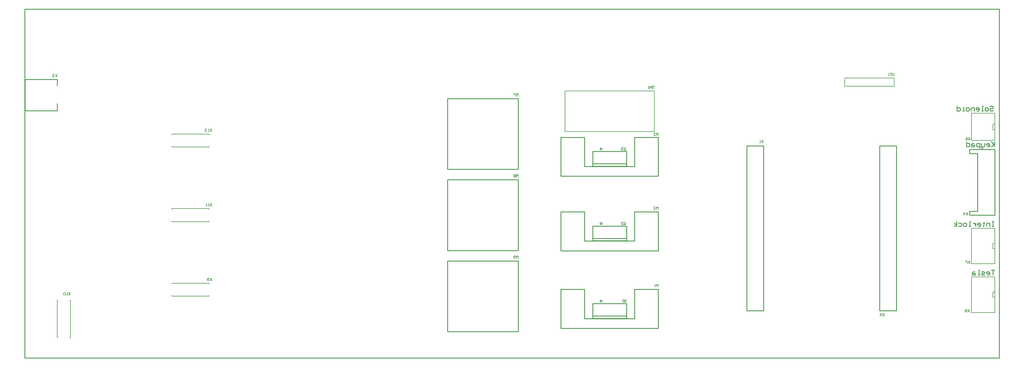
<source format=gbo>
G04 Layer_Color=32896*
%FSLAX43Y43*%
%MOMM*%
G71*
G01*
G75*
%ADD31C,0.150*%
%ADD34C,0.200*%
%ADD36C,0.254*%
D31*
X291400Y28975D02*
Y39950D01*
Y28975D02*
X298600D01*
Y39950D01*
X291400D02*
X298600D01*
X298025Y35285D02*
X298575D01*
X298025Y33660D02*
Y35285D01*
Y33660D02*
X298600D01*
X298025Y70360D02*
X298600D01*
X298025D02*
Y71985D01*
X298575D01*
X291400Y75450D02*
X298600D01*
Y67000D02*
Y75450D01*
X291400Y67000D02*
X298600D01*
X291400D02*
Y75450D01*
X298025Y18660D02*
X298600D01*
X298025D02*
Y20285D01*
X298575D01*
X291400Y24950D02*
X298600D01*
Y13975D02*
Y24950D01*
X291400Y13975D02*
X298600D01*
X291400D02*
Y24950D01*
X184567Y17333D02*
Y17866D01*
X184700Y18000D01*
X184967D01*
X185100Y17866D01*
Y17333D01*
X184967Y17200D01*
X184700D01*
X184833Y17467D02*
X184567Y17200D01*
X184700D02*
X184567Y17333D01*
X184300Y17200D02*
X184034D01*
X184167D01*
Y18000D01*
X184300Y17866D01*
X151878Y55691D02*
Y56491D01*
X151611Y56224D01*
X151345Y56491D01*
Y55691D01*
X151078Y56357D02*
X150945Y56491D01*
X150678D01*
X150545Y56357D01*
Y56224D01*
X150678Y56091D01*
X150545Y55958D01*
Y55824D01*
X150678Y55691D01*
X150945D01*
X151078Y55824D01*
Y55958D01*
X150945Y56091D01*
X151078Y56224D01*
Y56357D01*
X150945Y56091D02*
X150678D01*
X151878Y30697D02*
Y31497D01*
X151611Y31231D01*
X151345Y31497D01*
Y30697D01*
X151078Y30831D02*
X150945Y30697D01*
X150678D01*
X150545Y30831D01*
Y31364D01*
X150678Y31497D01*
X150945D01*
X151078Y31364D01*
Y31231D01*
X150945Y31097D01*
X150545D01*
X57543Y24564D02*
X57010Y23764D01*
Y24564D02*
X57543Y23764D01*
X56744Y23897D02*
X56610Y23764D01*
X56344D01*
X56210Y23897D01*
Y24431D01*
X56344Y24564D01*
X56610D01*
X56744Y24431D01*
Y24297D01*
X56610Y24164D01*
X56210D01*
X13956Y20147D02*
X13423Y19347D01*
Y20147D02*
X13956Y19347D01*
X13156D02*
X12890D01*
X13023D01*
Y20147D01*
X13156Y20014D01*
X12490D02*
X12357Y20147D01*
X12090D01*
X11957Y20014D01*
Y19481D01*
X12090Y19347D01*
X12357D01*
X12490Y19481D01*
Y20014D01*
X267567Y87838D02*
Y87172D01*
X267434Y87038D01*
X267167D01*
X267034Y87172D01*
Y87838D01*
X266767Y87038D02*
X266501D01*
X266634D01*
Y87838D01*
X266767Y87705D01*
X266101Y87038D02*
X265834D01*
X265967D01*
Y87838D01*
X266101Y87705D01*
X227307Y67046D02*
X226773Y66246D01*
Y67046D02*
X227307Y66246D01*
X226507D02*
X226240D01*
X226373D01*
Y67046D01*
X226507Y66913D01*
X291000Y29900D02*
X290467Y29100D01*
Y29900D02*
X291000Y29100D01*
X290200Y29900D02*
X289667D01*
Y29766D01*
X290200Y29233D01*
Y29100D01*
X291000Y67900D02*
X290467Y67100D01*
Y67900D02*
X291000Y67100D01*
X289667Y67900D02*
X289934Y67766D01*
X290200Y67500D01*
Y67233D01*
X290067Y67100D01*
X289800D01*
X289667Y67233D01*
Y67367D01*
X289800Y67500D01*
X290200D01*
X195000Y68500D02*
Y69300D01*
X194733Y69033D01*
X194467Y69300D01*
Y68500D01*
X194200Y69166D02*
X194067Y69300D01*
X193800D01*
X193667Y69166D01*
Y69033D01*
X193800Y68900D01*
X193934D01*
X193800D01*
X193667Y68767D01*
Y68633D01*
X193800Y68500D01*
X194067D01*
X194200Y68633D01*
X9968Y87406D02*
X9435Y86607D01*
Y87406D02*
X9968Y86607D01*
X9168Y87273D02*
X9035Y87406D01*
X8769D01*
X8635Y87273D01*
Y87140D01*
X8769Y87006D01*
X8902D01*
X8769D01*
X8635Y86873D01*
Y86740D01*
X8769Y86607D01*
X9035D01*
X9168Y86740D01*
X290300Y44800D02*
X289767Y44000D01*
Y44800D02*
X290300Y44000D01*
X289100D02*
Y44800D01*
X289500Y44400D01*
X288967D01*
X57543Y70547D02*
X57010Y69748D01*
Y70547D02*
X57543Y69748D01*
X56744D02*
X56477D01*
X56610D01*
Y70547D01*
X56744Y70414D01*
X56077D02*
X55944Y70547D01*
X55677D01*
X55544Y70414D01*
Y70281D01*
X55677Y70147D01*
X55811D01*
X55677D01*
X55544Y70014D01*
Y69881D01*
X55677Y69748D01*
X55944D01*
X56077Y69881D01*
X57543Y47551D02*
X57010Y46751D01*
Y47551D02*
X57543Y46751D01*
X56744D02*
X56477D01*
X56610D01*
Y47551D01*
X56744Y47418D01*
X56077Y46751D02*
X55811D01*
X55944D01*
Y47551D01*
X56077Y47418D01*
X290800Y14900D02*
X290267Y14100D01*
Y14900D02*
X290800Y14100D01*
X290000Y14766D02*
X289867Y14900D01*
X289600D01*
X289467Y14766D01*
Y14633D01*
X289600Y14500D01*
X289467Y14367D01*
Y14233D01*
X289600Y14100D01*
X289867D01*
X290000Y14233D01*
Y14367D01*
X289867Y14500D01*
X290000Y14633D01*
Y14766D01*
X289867Y14500D02*
X289600D01*
X263254Y12894D02*
X263787Y13694D01*
Y12894D02*
X263254Y13694D01*
X264586D02*
X264053D01*
X264586Y13161D01*
Y13027D01*
X264453Y12894D01*
X264187D01*
X264053Y13027D01*
X184467Y64133D02*
Y64666D01*
X184600Y64800D01*
X184867D01*
X185000Y64666D01*
Y64133D01*
X184867Y64000D01*
X184600D01*
X184733Y64267D02*
X184467Y64000D01*
X184600D02*
X184467Y64133D01*
X184200Y64666D02*
X184067Y64800D01*
X183800D01*
X183667Y64666D01*
Y64533D01*
X183800Y64400D01*
X183934D01*
X183800D01*
X183667Y64267D01*
Y64133D01*
X183800Y64000D01*
X184067D01*
X184200Y64133D01*
X184467Y41133D02*
Y41666D01*
X184600Y41800D01*
X184867D01*
X185000Y41666D01*
Y41133D01*
X184867Y41000D01*
X184600D01*
X184733Y41267D02*
X184467Y41000D01*
X184600D02*
X184467Y41133D01*
X183667Y41000D02*
X184200D01*
X183667Y41533D01*
Y41666D01*
X183800Y41800D01*
X184067D01*
X184200Y41666D01*
X194969Y21872D02*
Y22672D01*
X194702Y22406D01*
X194435Y22672D01*
Y21872D01*
X194169D02*
X193902D01*
X194036D01*
Y22672D01*
X194169Y22539D01*
X194969Y45777D02*
Y46576D01*
X194702Y46310D01*
X194435Y46576D01*
Y45777D01*
X193636D02*
X194169D01*
X193636Y46310D01*
Y46443D01*
X193769Y46576D01*
X194036D01*
X194169Y46443D01*
X151878Y80685D02*
Y81484D01*
X151611Y81218D01*
X151345Y81484D01*
Y80685D01*
X151078Y81484D02*
X150545D01*
Y81351D01*
X151078Y80818D01*
Y80685D01*
X193178Y83679D02*
X193312Y83812D01*
X193578D01*
X193712Y83679D01*
Y83545D01*
X193578Y83412D01*
X193312D01*
X193178Y83279D01*
Y83145D01*
X193312Y83012D01*
X193578D01*
X193712Y83145D01*
X192912Y83012D02*
Y83812D01*
X192379Y83012D01*
Y83812D01*
X192112Y83012D02*
X191846D01*
X191979D01*
Y83812D01*
X192112Y83679D01*
D34*
X45250Y23000D02*
X56750D01*
X45250Y22750D02*
Y23000D01*
X56750Y22750D02*
Y23000D01*
X45250Y19000D02*
Y19250D01*
X56750Y19000D02*
Y19250D01*
X45250Y19000D02*
X56750D01*
X10000Y6250D02*
Y17750D01*
Y6250D02*
X10250D01*
X10000Y17750D02*
X10250D01*
X13750Y6250D02*
X14000D01*
X13750Y17750D02*
X14000D01*
Y6250D02*
Y17750D01*
X252380Y86270D02*
X267620D01*
X252380Y83730D02*
Y86270D01*
Y83730D02*
X267620D01*
Y86270D01*
X45250Y69000D02*
X56750D01*
X45250Y68750D02*
Y69000D01*
X56750Y68750D02*
Y69000D01*
X45250Y65000D02*
Y65250D01*
X56750Y65000D02*
Y65250D01*
X45250Y65000D02*
X56750D01*
X45250Y46000D02*
X56750D01*
X45250Y45750D02*
Y46000D01*
X56750Y45750D02*
Y46000D01*
X45250Y42000D02*
Y42250D01*
X56750Y42000D02*
Y42250D01*
X45250Y42000D02*
X56750D01*
X193750Y69750D02*
Y82250D01*
X166250Y69750D02*
Y82250D01*
X193750D01*
X166250Y69750D02*
X193750D01*
D36*
X177700Y17500D02*
G03*
X177700Y17500I-300J0D01*
G01*
Y64400D02*
G03*
X177700Y64400I-300J0D01*
G01*
Y41400D02*
G03*
X177700Y41400I-300J0D01*
G01*
X174800Y12900D02*
X185200D01*
X174800Y12200D02*
Y16700D01*
X185200D01*
Y12200D02*
Y16700D01*
X174800Y12200D02*
X185200D01*
X130100Y33100D02*
Y54900D01*
X151900D01*
Y33100D02*
Y54900D01*
X130100Y33100D02*
X151900D01*
X130100Y8100D02*
X151900D01*
Y29900D01*
X130100D02*
X151900D01*
X130100Y8100D02*
Y29900D01*
X227430Y14570D02*
Y65370D01*
X222230D02*
X227430D01*
X222230Y14570D02*
Y65370D01*
Y14570D02*
X227430D01*
X165000Y56000D02*
X195000D01*
Y68000D01*
X187700D02*
X195000D01*
X187700Y59000D02*
Y68000D01*
X172300Y59000D02*
X187700D01*
X172300D02*
Y68000D01*
X165000D02*
X172300D01*
X165000Y56000D02*
Y68000D01*
X100Y76175D02*
X10000D01*
X100D02*
Y85825D01*
X10000D01*
Y83875D02*
Y85825D01*
Y76175D02*
Y78375D01*
X298600Y44000D02*
Y64200D01*
X290800Y44000D02*
X298600D01*
X290800Y64200D02*
X298600D01*
X290800Y63000D02*
Y64200D01*
Y63000D02*
X293300D01*
Y45200D02*
Y63000D01*
X290800Y45200D02*
X293300D01*
X290800Y44000D02*
Y45200D01*
X263130Y14570D02*
Y65370D01*
Y14570D02*
X268330D01*
Y65370D01*
X263130D02*
X268330D01*
X174800Y59800D02*
X185200D01*
X174800Y59100D02*
Y63600D01*
X185200D01*
Y59100D02*
Y63600D01*
X174800Y59100D02*
X185200D01*
X174800Y36100D02*
X185200D01*
Y40600D01*
X174800D02*
X185200D01*
X174800Y36100D02*
Y40600D01*
Y36800D02*
X185200D01*
X165000Y9100D02*
X195000D01*
Y21100D01*
X187700D02*
X195000D01*
X187700Y12100D02*
Y21100D01*
X172300Y12100D02*
X187700D01*
X172300D02*
Y21100D01*
X165000D02*
X172300D01*
X165000Y9100D02*
Y21100D01*
Y33000D02*
X195000D01*
Y45000D01*
X187700D02*
X195000D01*
X187700Y36000D02*
Y45000D01*
X172300Y36000D02*
X187700D01*
X172300D02*
Y45000D01*
X165000D02*
X172300D01*
X165000Y33000D02*
Y45000D01*
X130100Y58100D02*
X151900D01*
Y79900D01*
X130100D02*
X151900D01*
X130100Y58100D02*
Y79900D01*
X298500Y27024D02*
X297484D01*
X297992D01*
Y25500D01*
X296215D02*
X296723D01*
X296977Y25754D01*
Y26262D01*
X296723Y26516D01*
X296215D01*
X295961Y26262D01*
Y26008D01*
X296977D01*
X295453Y25500D02*
X294691D01*
X294437Y25754D01*
X294691Y26008D01*
X295199D01*
X295453Y26262D01*
X295199Y26516D01*
X294437D01*
X293929Y25500D02*
X293422D01*
X293676D01*
Y27024D01*
X293929D01*
X292406Y26516D02*
X291898D01*
X291644Y26262D01*
Y25500D01*
X292406D01*
X292660Y25754D01*
X292406Y26008D01*
X291644D01*
X298300Y42024D02*
X297792D01*
X298046D01*
Y40500D01*
X298300D01*
X297792D01*
X297030D02*
Y41516D01*
X296269D01*
X296015Y41262D01*
Y40500D01*
X295253Y41770D02*
Y41516D01*
X295507D01*
X294999D01*
X295253D01*
Y40754D01*
X294999Y40500D01*
X293476D02*
X293983D01*
X294237Y40754D01*
Y41262D01*
X293983Y41516D01*
X293476D01*
X293222Y41262D01*
Y41008D01*
X294237D01*
X292714Y41516D02*
Y40500D01*
Y41008D01*
X292460Y41262D01*
X292206Y41516D01*
X291952D01*
X291190Y40500D02*
X290682D01*
X290936D01*
Y42024D01*
X291190D01*
X289667Y40500D02*
X289159D01*
X288905Y40754D01*
Y41262D01*
X289159Y41516D01*
X289667D01*
X289921Y41262D01*
Y40754D01*
X289667Y40500D01*
X287382Y41516D02*
X288143D01*
X288397Y41262D01*
Y40754D01*
X288143Y40500D01*
X287382D01*
X286874D02*
Y42024D01*
Y41008D02*
X286112Y41516D01*
X286874Y41008D02*
X286112Y40500D01*
X297084Y77370D02*
X297338Y77624D01*
X297846D01*
X298100Y77370D01*
Y77116D01*
X297846Y76862D01*
X297338D01*
X297084Y76608D01*
Y76354D01*
X297338Y76100D01*
X297846D01*
X298100Y76354D01*
X296323Y76100D02*
X295815D01*
X295561Y76354D01*
Y76862D01*
X295815Y77116D01*
X296323D01*
X296576Y76862D01*
Y76354D01*
X296323Y76100D01*
X295053D02*
X294545D01*
X294799D01*
Y77624D01*
X295053D01*
X293022Y76100D02*
X293529D01*
X293783Y76354D01*
Y76862D01*
X293529Y77116D01*
X293022D01*
X292768Y76862D01*
Y76608D01*
X293783D01*
X292260Y76100D02*
Y77116D01*
X291498D01*
X291244Y76862D01*
Y76100D01*
X290482D02*
X289975D01*
X289721Y76354D01*
Y76862D01*
X289975Y77116D01*
X290482D01*
X290736Y76862D01*
Y76354D01*
X290482Y76100D01*
X289213D02*
X288705D01*
X288959D01*
Y77116D01*
X289213D01*
X286928Y77624D02*
Y76100D01*
X287689D01*
X287943Y76354D01*
Y76862D01*
X287689Y77116D01*
X286928D01*
X298500Y66624D02*
Y65100D01*
Y65608D01*
X297484Y66624D01*
X298246Y65862D01*
X297484Y65100D01*
X296215D02*
X296723D01*
X296977Y65354D01*
Y65862D01*
X296723Y66116D01*
X296215D01*
X295961Y65862D01*
Y65608D01*
X296977D01*
X295453Y66116D02*
Y65354D01*
X295199Y65100D01*
X294437D01*
Y64846D01*
X294691Y64592D01*
X294945D01*
X294437Y65100D02*
Y66116D01*
X293929Y64592D02*
Y66116D01*
X293168D01*
X292914Y65862D01*
Y65354D01*
X293168Y65100D01*
X293929D01*
X292152Y66116D02*
X291644D01*
X291390Y65862D01*
Y65100D01*
X292152D01*
X292406Y65354D01*
X292152Y65608D01*
X291390D01*
X289867Y66624D02*
Y65100D01*
X290629D01*
X290882Y65354D01*
Y65862D01*
X290629Y66116D01*
X289867D01*
X0Y0D02*
X300000D01*
Y107500D01*
X0D02*
X300000D01*
X0Y0D02*
Y107500D01*
M02*

</source>
